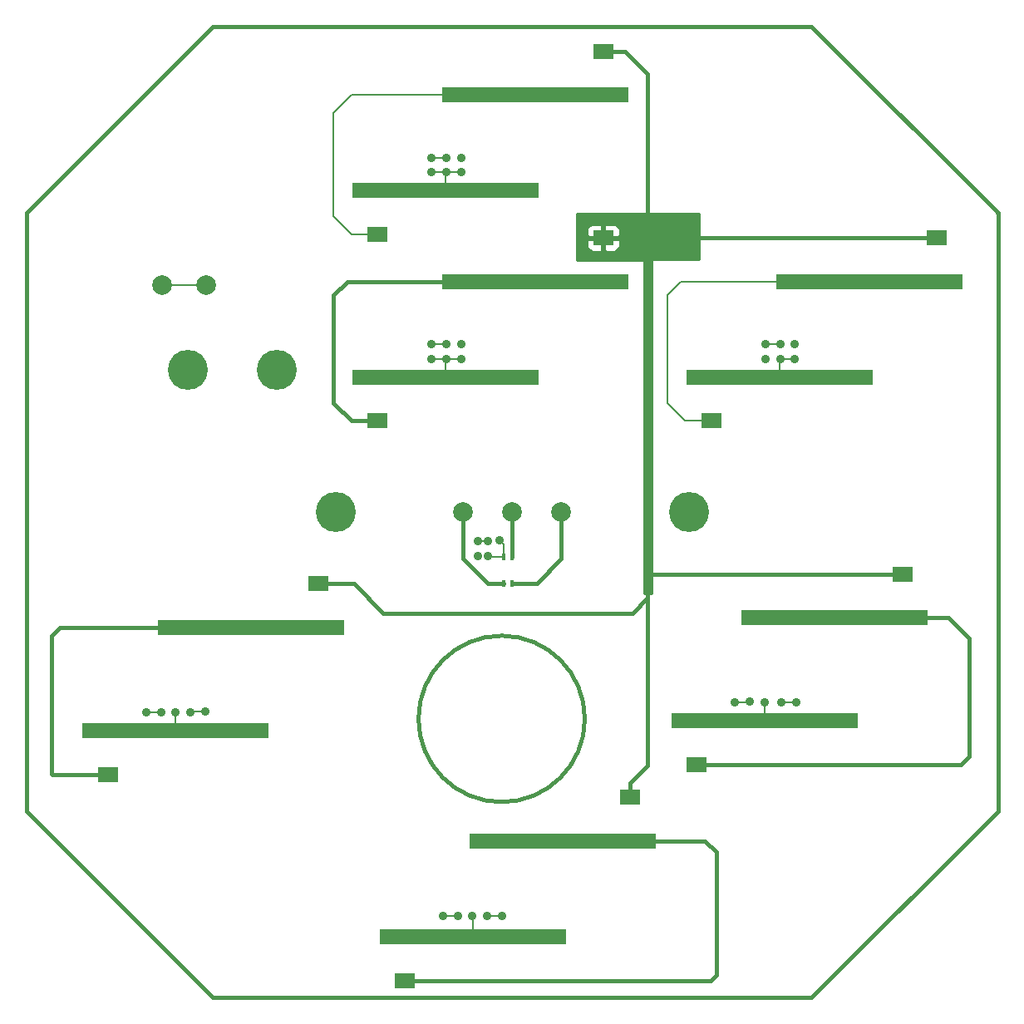
<source format=gtl>
G04 #@! TF.FileFunction,Copper,L1,Top,Signal*
%FSLAX46Y46*%
G04 Gerber Fmt 4.6, Leading zero omitted, Abs format (unit mm)*
G04 Created by KiCad (PCBNEW (after 2015-mar-04 BZR unknown)-product) date Wed 15 Apr 2015 11:54:57 AM CDT*
%MOMM*%
G01*
G04 APERTURE LIST*
%ADD10C,0.150000*%
%ADD11C,0.381000*%
%ADD12C,4.064000*%
%ADD13C,1.998980*%
%ADD14R,0.350520X0.749300*%
%ADD15R,2.057400X1.524000*%
%ADD16R,19.050000X1.524000*%
%ADD17C,0.889000*%
%ADD18C,0.203200*%
%ADD19C,0.254000*%
G04 APERTURE END LIST*
D10*
D11*
X150190200Y-167589200D02*
X89166700Y-167589200D01*
X89166700Y-167589200D02*
X70205600Y-148628100D01*
X150190200Y-68630800D02*
X169176700Y-87617300D01*
X70205600Y-87617300D02*
X89192100Y-68630800D01*
X169176700Y-148602700D02*
X150190200Y-167589200D01*
X169176700Y-87617300D02*
X169176700Y-148602700D01*
X89192100Y-68630800D02*
X150190200Y-68630800D01*
X70205600Y-148628100D02*
X70205600Y-87617300D01*
X127102752Y-139179300D02*
G75*
G03X127102752Y-139179300I-8472052J0D01*
G01*
X169181780Y-148597620D02*
X169181780Y-148590000D01*
X169171620Y-87609680D02*
X169171620Y-87619840D01*
D12*
X86700360Y-103598980D03*
X95699580Y-103598980D03*
X101700000Y-118100000D03*
X137700000Y-118100000D03*
D13*
X119700040Y-118099840D03*
X124701300Y-118099840D03*
X114701320Y-118099840D03*
X84000000Y-95000000D03*
X88500000Y-95000000D03*
D14*
X119674640Y-122651520D03*
X118826280Y-122651520D03*
X118826280Y-125349000D03*
X119674640Y-125349000D03*
D15*
X99991500Y-125424320D03*
D16*
X93070000Y-129869320D03*
D15*
X78508500Y-144825680D03*
D16*
X85430000Y-140380680D03*
D15*
X131741500Y-147174320D03*
D16*
X124820000Y-151619320D03*
D15*
X108758500Y-165825680D03*
D16*
X115680000Y-161380680D03*
D15*
X159491500Y-124424320D03*
D16*
X152570000Y-128869320D03*
D15*
X138508500Y-143825680D03*
D16*
X145430000Y-139380680D03*
D15*
X162991500Y-90174320D03*
D16*
X156070000Y-94619320D03*
D15*
X140008500Y-108825680D03*
D16*
X146930000Y-104380680D03*
D15*
X128991500Y-71174320D03*
D16*
X122070000Y-75619320D03*
D15*
X106008500Y-89825680D03*
D16*
X112930000Y-85380680D03*
D15*
X128991500Y-90174320D03*
D16*
X122070000Y-94619320D03*
D15*
X106008500Y-108825680D03*
D16*
X112930000Y-104380680D03*
D17*
X137500000Y-91500000D03*
X137500000Y-90000000D03*
X137500000Y-88500000D03*
X136000000Y-88500000D03*
X136000000Y-90000000D03*
X136000000Y-91500000D03*
X134500000Y-91500000D03*
X134500000Y-90000000D03*
X134500000Y-88500000D03*
X133000000Y-88500000D03*
X133000000Y-90000000D03*
X133000000Y-91500000D03*
X131500000Y-91500000D03*
X131500000Y-90000000D03*
X131500000Y-88500000D03*
X148500000Y-101000000D03*
X148500000Y-102500000D03*
X145500000Y-102500000D03*
X145500000Y-101000000D03*
X147000000Y-101000000D03*
X147000000Y-102500000D03*
X114500000Y-101000000D03*
X114500000Y-102500000D03*
X111500000Y-102500000D03*
X111500000Y-101000000D03*
X113000000Y-101000000D03*
X113000000Y-102500000D03*
X114500000Y-82000000D03*
X114500000Y-83500000D03*
X111500000Y-83500000D03*
X111500000Y-82000000D03*
X113000000Y-82000000D03*
X113000000Y-83500000D03*
X116199920Y-122598180D03*
X116199920Y-121099580D03*
X118399560Y-121000520D03*
X117200680Y-122598180D03*
X117200680Y-121099580D03*
X115646200Y-159232600D03*
X114147600Y-159245300D03*
X112623600Y-159245300D03*
X117144800Y-159258000D03*
X118706900Y-159258000D03*
X145440400Y-137464800D03*
X147091400Y-137477500D03*
X148602700Y-137464800D03*
X143916400Y-137452100D03*
X142417800Y-137464800D03*
X85432900Y-138518900D03*
X83959700Y-138544300D03*
X82473800Y-138544300D03*
X86931500Y-138493500D03*
X88480900Y-138468100D03*
D11*
X129424320Y-90174320D02*
X128991500Y-90174320D01*
X162991500Y-90174320D02*
X137500000Y-90174320D01*
X137500000Y-90174320D02*
X137500000Y-90500000D01*
X133500000Y-88500000D02*
X131500000Y-88500000D01*
X131174320Y-71174320D02*
X133500000Y-73500000D01*
X133500000Y-73500000D02*
X133500000Y-88500000D01*
X128991500Y-71174320D02*
X131174320Y-71174320D01*
X137500000Y-90000000D02*
X137500000Y-90500000D01*
X137500000Y-90500000D02*
X137500000Y-91000000D01*
X137500000Y-91000000D02*
X137500000Y-91500000D01*
X136000000Y-88500000D02*
X137500000Y-88500000D01*
X136000000Y-91500000D02*
X136000000Y-90000000D01*
X134500000Y-90000000D02*
X134500000Y-91500000D01*
X133000000Y-88500000D02*
X134500000Y-88500000D01*
X133000000Y-91500000D02*
X133000000Y-90000000D01*
X131500000Y-90000000D02*
X131500000Y-91500000D01*
X133527800Y-124358400D02*
X133527800Y-92027800D01*
X133527800Y-126834900D02*
X133527800Y-124358400D01*
X133527800Y-92027800D02*
X133000000Y-91500000D01*
X133527800Y-143941800D02*
X133527800Y-126834900D01*
X131741500Y-145728100D02*
X133527800Y-143941800D01*
X131741500Y-147174320D02*
X131741500Y-145728100D01*
X133593720Y-124424320D02*
X133527800Y-124358400D01*
X159491500Y-124424320D02*
X133593720Y-124424320D01*
X103593020Y-125424320D02*
X106603800Y-128435100D01*
X106603800Y-128435100D02*
X131927600Y-128435100D01*
X131927600Y-128435100D02*
X133527800Y-126834900D01*
X99991500Y-125424320D02*
X103593020Y-125424320D01*
D18*
X147000000Y-102500000D02*
X148500000Y-102500000D01*
X146930000Y-104380680D02*
X146930000Y-102570000D01*
X147000000Y-101000000D02*
X145500000Y-101000000D01*
X146930000Y-102570000D02*
X147000000Y-102500000D01*
X112930000Y-104380680D02*
X112930000Y-102570000D01*
X111500000Y-102500000D02*
X114500000Y-102500000D01*
X113000000Y-101000000D02*
X111500000Y-101000000D01*
X112930000Y-102570000D02*
X113000000Y-102500000D01*
X112930000Y-85380680D02*
X112930000Y-83570000D01*
X111500000Y-83500000D02*
X114500000Y-83500000D01*
X113000000Y-82000000D02*
X111500000Y-82000000D01*
X112930000Y-83570000D02*
X113000000Y-83500000D01*
X118826280Y-121427240D02*
X118399560Y-121000520D01*
X117200680Y-121099580D02*
X116199920Y-121099580D01*
X117254020Y-122651520D02*
X117200680Y-122598180D01*
X118826280Y-122651520D02*
X118826280Y-121427240D01*
X118826280Y-122651520D02*
X117254020Y-122651520D01*
X115680000Y-159266400D02*
X115646200Y-159232600D01*
X114147600Y-159245300D02*
X112623600Y-159245300D01*
X117144800Y-159258000D02*
X118706900Y-159258000D01*
X115680000Y-161380680D02*
X115680000Y-159266400D01*
X145430000Y-137475200D02*
X145440400Y-137464800D01*
X147091400Y-137477500D02*
X147104100Y-137464800D01*
X147104100Y-137464800D02*
X148602700Y-137464800D01*
X143916400Y-137452100D02*
X143903700Y-137464800D01*
X143903700Y-137464800D02*
X142417800Y-137464800D01*
X145430000Y-139380680D02*
X145430000Y-137475200D01*
X85430000Y-138521800D02*
X85432900Y-138518900D01*
X83959700Y-138544300D02*
X82473800Y-138544300D01*
X86931500Y-138493500D02*
X86956900Y-138468100D01*
X86956900Y-138468100D02*
X88480900Y-138468100D01*
X85430000Y-140380680D02*
X85430000Y-138521800D01*
D11*
X106008500Y-108825680D02*
X103325680Y-108825680D01*
X102880680Y-94619320D02*
X122070000Y-94619320D01*
X101500000Y-96000000D02*
X102880680Y-94619320D01*
X101500000Y-107000000D02*
X101500000Y-96000000D01*
X103325680Y-108825680D02*
X101500000Y-107000000D01*
D18*
X140008500Y-108825680D02*
X137325680Y-108825680D01*
X136880680Y-94619320D02*
X156070000Y-94619320D01*
X135500000Y-96000000D02*
X136880680Y-94619320D01*
X135500000Y-107000000D02*
X135500000Y-96000000D01*
X137325680Y-108825680D02*
X135500000Y-107000000D01*
X106008500Y-89825680D02*
X103325680Y-89825680D01*
X103380680Y-75619320D02*
X122070000Y-75619320D01*
X101500000Y-77500000D02*
X103380680Y-75619320D01*
X101500000Y-88000000D02*
X101500000Y-77500000D01*
X103325680Y-89825680D02*
X101500000Y-88000000D01*
X84000000Y-95000000D02*
X88500000Y-95000000D01*
D11*
X78508500Y-144825680D02*
X72825680Y-144825680D01*
X73630680Y-129869320D02*
X93070000Y-129869320D01*
X72750000Y-130750000D02*
X73630680Y-129869320D01*
X72750000Y-144750000D02*
X72750000Y-130750000D01*
X72825680Y-144825680D02*
X72750000Y-144750000D01*
X119674640Y-125349000D02*
X122201940Y-125349000D01*
X124701300Y-122849640D02*
X124701300Y-118099840D01*
X122201940Y-125349000D02*
X124701300Y-122849640D01*
X114701320Y-122849640D02*
X114701320Y-118099840D01*
X117200680Y-125349000D02*
X114701320Y-122849640D01*
X118826280Y-125349000D02*
X117200680Y-125349000D01*
X119700040Y-118099840D02*
X119700040Y-122626120D01*
X119700040Y-122626120D02*
X119674640Y-122651520D01*
X108758500Y-165825680D02*
X139924320Y-165825680D01*
X139369320Y-151619320D02*
X124820000Y-151619320D01*
X140500000Y-152750000D02*
X139369320Y-151619320D01*
X140500000Y-165250000D02*
X140500000Y-152750000D01*
X139924320Y-165825680D02*
X140500000Y-165250000D01*
X165444720Y-143825680D02*
X138508500Y-143825680D01*
X166270400Y-143000000D02*
X165444720Y-143825680D01*
X164162620Y-128869320D02*
X166270400Y-130977100D01*
X166270400Y-130977100D02*
X166270400Y-143000000D01*
X152570000Y-128869320D02*
X164162620Y-128869320D01*
D19*
G36*
X138704320Y-92373000D02*
X133873000Y-92373000D01*
X133873000Y-126373000D01*
X133127000Y-126373000D01*
X133127000Y-92471240D01*
X130655200Y-92471240D01*
X130655200Y-91062629D01*
X130655200Y-90460070D01*
X130655200Y-89888570D01*
X130655200Y-89286011D01*
X130558527Y-89052622D01*
X130379899Y-88873993D01*
X130146510Y-88777320D01*
X129893891Y-88777320D01*
X129277250Y-88777320D01*
X129118500Y-88936070D01*
X129118500Y-90047320D01*
X130496450Y-90047320D01*
X130655200Y-89888570D01*
X130655200Y-90460070D01*
X130496450Y-90301320D01*
X129118500Y-90301320D01*
X129118500Y-91412570D01*
X129277250Y-91571320D01*
X129893891Y-91571320D01*
X130146510Y-91571320D01*
X130379899Y-91474647D01*
X130558527Y-91296018D01*
X130655200Y-91062629D01*
X130655200Y-92471240D01*
X128864500Y-92471240D01*
X128864500Y-91412570D01*
X128864500Y-90301320D01*
X128864500Y-90047320D01*
X128864500Y-88936070D01*
X128705750Y-88777320D01*
X128089109Y-88777320D01*
X127836490Y-88777320D01*
X127603101Y-88873993D01*
X127424473Y-89052622D01*
X127327800Y-89286011D01*
X127327800Y-89888570D01*
X127486550Y-90047320D01*
X128864500Y-90047320D01*
X128864500Y-90301320D01*
X127486550Y-90301320D01*
X127327800Y-90460070D01*
X127327800Y-91062629D01*
X127424473Y-91296018D01*
X127603101Y-91474647D01*
X127836490Y-91571320D01*
X128089109Y-91571320D01*
X128705750Y-91571320D01*
X128864500Y-91412570D01*
X128864500Y-92471240D01*
X126326900Y-92471240D01*
X126326900Y-87726520D01*
X138704320Y-87726520D01*
X138704320Y-92373000D01*
X138704320Y-92373000D01*
G37*
X138704320Y-92373000D02*
X133873000Y-92373000D01*
X133873000Y-126373000D01*
X133127000Y-126373000D01*
X133127000Y-92471240D01*
X130655200Y-92471240D01*
X130655200Y-91062629D01*
X130655200Y-90460070D01*
X130655200Y-89888570D01*
X130655200Y-89286011D01*
X130558527Y-89052622D01*
X130379899Y-88873993D01*
X130146510Y-88777320D01*
X129893891Y-88777320D01*
X129277250Y-88777320D01*
X129118500Y-88936070D01*
X129118500Y-90047320D01*
X130496450Y-90047320D01*
X130655200Y-89888570D01*
X130655200Y-90460070D01*
X130496450Y-90301320D01*
X129118500Y-90301320D01*
X129118500Y-91412570D01*
X129277250Y-91571320D01*
X129893891Y-91571320D01*
X130146510Y-91571320D01*
X130379899Y-91474647D01*
X130558527Y-91296018D01*
X130655200Y-91062629D01*
X130655200Y-92471240D01*
X128864500Y-92471240D01*
X128864500Y-91412570D01*
X128864500Y-90301320D01*
X128864500Y-90047320D01*
X128864500Y-88936070D01*
X128705750Y-88777320D01*
X128089109Y-88777320D01*
X127836490Y-88777320D01*
X127603101Y-88873993D01*
X127424473Y-89052622D01*
X127327800Y-89286011D01*
X127327800Y-89888570D01*
X127486550Y-90047320D01*
X128864500Y-90047320D01*
X128864500Y-90301320D01*
X127486550Y-90301320D01*
X127327800Y-90460070D01*
X127327800Y-91062629D01*
X127424473Y-91296018D01*
X127603101Y-91474647D01*
X127836490Y-91571320D01*
X128089109Y-91571320D01*
X128705750Y-91571320D01*
X128864500Y-91412570D01*
X128864500Y-92471240D01*
X126326900Y-92471240D01*
X126326900Y-87726520D01*
X138704320Y-87726520D01*
X138704320Y-92373000D01*
M02*

</source>
